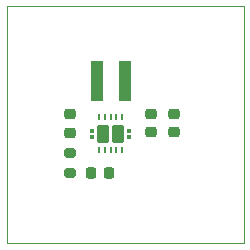
<source format=gbr>
G04 #@! TF.GenerationSoftware,KiCad,Pcbnew,(5.99.0-11522-g728b160719)*
G04 #@! TF.CreationDate,2021-08-02T20:29:41+10:00*
G04 #@! TF.ProjectId,DC-DC,44432d44-432e-46b6-9963-61645f706362,0.2*
G04 #@! TF.SameCoordinates,Original*
G04 #@! TF.FileFunction,Paste,Top*
G04 #@! TF.FilePolarity,Positive*
%FSLAX46Y46*%
G04 Gerber Fmt 4.6, Leading zero omitted, Abs format (unit mm)*
G04 Created by KiCad (PCBNEW (5.99.0-11522-g728b160719)) date 2021-08-02 20:29:41*
%MOMM*%
%LPD*%
G01*
G04 APERTURE LIST*
G04 Aperture macros list*
%AMRoundRect*
0 Rectangle with rounded corners*
0 $1 Rounding radius*
0 $2 $3 $4 $5 $6 $7 $8 $9 X,Y pos of 4 corners*
0 Add a 4 corners polygon primitive as box body*
4,1,4,$2,$3,$4,$5,$6,$7,$8,$9,$2,$3,0*
0 Add four circle primitives for the rounded corners*
1,1,$1+$1,$2,$3*
1,1,$1+$1,$4,$5*
1,1,$1+$1,$6,$7*
1,1,$1+$1,$8,$9*
0 Add four rect primitives between the rounded corners*
20,1,$1+$1,$2,$3,$4,$5,0*
20,1,$1+$1,$4,$5,$6,$7,0*
20,1,$1+$1,$6,$7,$8,$9,0*
20,1,$1+$1,$8,$9,$2,$3,0*%
G04 Aperture macros list end*
G04 #@! TA.AperFunction,Profile*
%ADD10C,0.100000*%
G04 #@! TD*
%ADD11RoundRect,0.225000X-0.250000X0.225000X-0.250000X-0.225000X0.250000X-0.225000X0.250000X0.225000X0*%
%ADD12RoundRect,0.200000X0.275000X-0.200000X0.275000X0.200000X-0.275000X0.200000X-0.275000X-0.200000X0*%
%ADD13RoundRect,0.106000X-0.424000X0.644000X-0.424000X-0.644000X0.424000X-0.644000X0.424000X0.644000X0*%
%ADD14RoundRect,0.025000X-0.145000X0.100000X-0.145000X-0.100000X0.145000X-0.100000X0.145000X0.100000X0*%
%ADD15R,0.240000X0.600000*%
%ADD16R,0.980000X3.400000*%
%ADD17RoundRect,0.225000X-0.225000X-0.250000X0.225000X-0.250000X0.225000X0.250000X-0.225000X0.250000X0*%
G04 APERTURE END LIST*
D10*
X109474000Y-73152000D02*
X89408000Y-73152000D01*
X89408000Y-73152000D02*
X89408000Y-53086000D01*
X89408000Y-53086000D02*
X109474000Y-53086000D01*
X109474000Y-53086000D02*
X109474000Y-73152000D01*
D11*
G04 #@! TO.C,C3*
X101643500Y-62204000D03*
X101643500Y-63754000D03*
G04 #@! TD*
G04 #@! TO.C,C1*
X94785500Y-62230000D03*
X94785500Y-63780000D03*
G04 #@! TD*
D12*
G04 #@! TO.C,R2*
X94785500Y-67183000D03*
X94785500Y-65533000D03*
G04 #@! TD*
D13*
G04 #@! TO.C,U1*
X98844500Y-63881000D03*
D14*
X96684500Y-64131000D03*
X99744500Y-63631000D03*
D13*
X97584500Y-63881000D03*
D14*
X96684500Y-63631000D03*
X99744500Y-64131000D03*
D15*
X99214500Y-62481000D03*
X98714500Y-62481000D03*
X98214500Y-62481000D03*
X97714500Y-62481000D03*
X97214500Y-62481000D03*
X97214500Y-65281000D03*
X97714500Y-65281000D03*
X98214500Y-65281000D03*
X98714500Y-65281000D03*
X99214500Y-65281000D03*
G04 #@! TD*
D11*
G04 #@! TO.C,C4*
X103548500Y-62204000D03*
X103548500Y-63754000D03*
G04 #@! TD*
D16*
G04 #@! TO.C,L1*
X97029500Y-59388000D03*
X99399500Y-59388000D03*
G04 #@! TD*
D17*
G04 #@! TO.C,C2*
X96537500Y-67183000D03*
X98087500Y-67183000D03*
G04 #@! TD*
M02*

</source>
